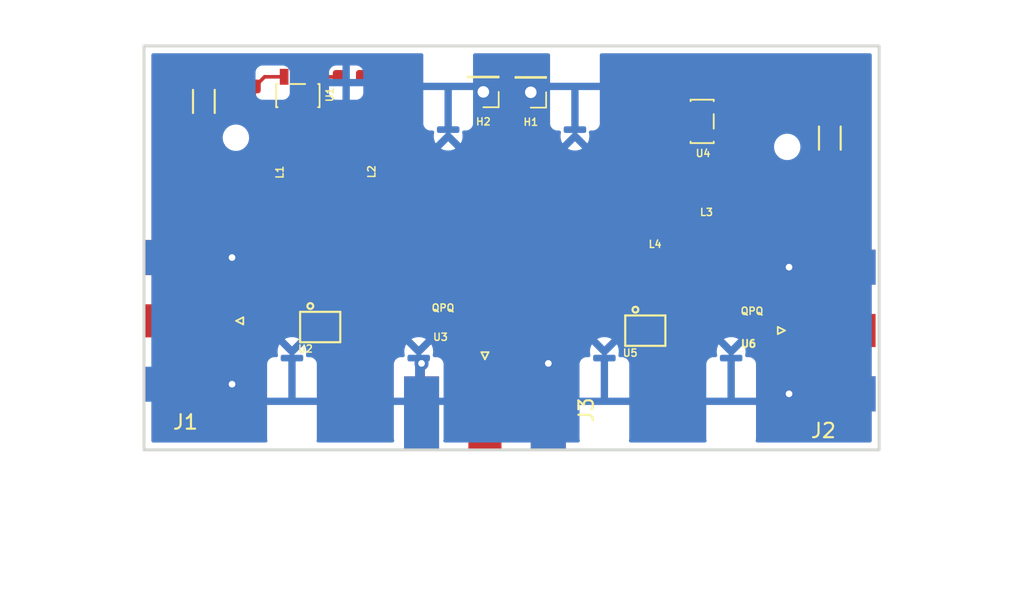
<source format=kicad_pcb>
(kicad_pcb (version 20211014) (generator pcbnew)
  (layers (0 "F.Cu" signal) (1 "In1.Cu" signal) (2 "In2.Cu" signal) (31 "B.Cu" signal) (34 "B.Paste" user) (35 "F.Paste" user) (36 "B.SilkS" user "B.Silkscreen") (37 "F.SilkS" user "F.Silkscreen") (38 "B.Mask" user) (39 "F.Mask" user) (44 "Edge.Cuts" user))
  (net 0 "")
  (net 1 "Net-(C2-Pad2)")
  (net 2 "GND")
  (net 3 "Net-(C6-Pad1)")
  (net 4 "Net-(C9-Pad2)")
  (net 5 "Net-(C13-Pad1)")
  (net 6 "VUSB")
  (net 7 "Net-(C4-Pad1)")
  (net 8 "Net-(C5-Pad1)")
  (net 9 "Net-(C11-Pad1)")
  (net 10 "Net-(C12-Pad1)")
  (net 11 "Net-(C13-Pad2)")
  (net 12 "Net-(J2-Pad1)")
  (net 13 "Net-(C6-Pad2)")
  (net 14 "Net-(R3-Pad2)")
  (net 15 "Net-(L1-Pad1)")
  (net 16 "Net-(C7-Pad1)")
  (net 17 "Net-(L3-Pad1)")
  (net 18 "Net-(C14-Pad1)")
  (net 19 "Net-(E1-Pad1)")
  (net 20 "Net-(E2-Pad1)")
  (net 21 "Net-(J3-Pad1)")
  (net 22 "Net-(C9-Pad1)")
  (net 23 "Net-(C2-Pad1)")
  (footprint "HGS_Reflector:.0603-B-NOSILK" (layer "F.Cu") (at 146.634893 68.829344 90)
    (fp_text reference "C3")
    (fp_text value "1uF")
    (pad "1" smd roundrect (at -0.8 0 90) (size 0.8 0.95) (layers "F.Cu" "F.Paste") (net 2 "GND"))
    (pad "2" smd roundrect (at 0.8 0 90) (size 0.8 0.95) (layers "F.Cu" "F.Paste") (net 6 "VUSB"))
  )
  (footprint "HGS_Reflector:.0603-B-NOSILK" (layer "F.Cu") (at 118.627325 68.410213 180)
    (fp_text reference "C5")
    (fp_text value "2.2 uF")
    (pad "1" smd roundrect (at -0.8 0 180) (size 0.8 0.95) (layers "F.Cu" "F.Paste") (net 8 "Net-(C5-Pad1)"))
    (pad "2" smd roundrect (at 0.8 0 180) (size 0.8 0.95) (layers "F.Cu" "F.Paste") (net 2 "GND"))
  )
  (footprint "HGS_Reflector:TP3M9037" (layer "F.Cu") (at 123.953099 82.993108 -90)
    (fp_text reference "U2" (at 1.750035 0.470322 180) (layer "F.SilkS") (effects (font (size 0.5 0.5) (thickness 0.1)) (justify right bottom)))
    (fp_text value "LNA")
    (fp_line (start 1 1.404996) (end -1.1 1.404996) (layer "F.SilkS") (width 0.1524))
    (fp_line (start -1.1 -1.37) (end 1 -1.37) (layer "F.SilkS") (width 0.1524))
    (fp_line (start -1.1 1.404996) (end -1.1 -1.37) (layer "F.SilkS") (width 0.1524))
    (fp_line (start 1 -1.37) (end 1 1.404996) (layer "F.SilkS") (width 0.1524))
    (fp_circle (center -1.5 0.7) (end -1.3 0.7) (layer "F.SilkS") (width 0.1524) (fill none))
    (pad "2X2_DFN_8PIN1" smd rect (at -0.8 0.884996) (size 0.6096 0.3048) (layers "F.Cu" "F.Paste" "F.Mask"))
    (pad "2X2_DFN_8PIN2" smd rect (at -0.3 0.884996 180) (size 0.6096 0.3048) (layers "F.Cu" "F.Paste" "F.Mask") (net 1 "Net-(C2-Pad2)"))
    (pad "2X2_DFN_8PIN3" smd rect (at 0.2 0.884996) (size 0.6096 0.3048) (layers "F.Cu" "F.Paste" "F.Mask"))
    (pad "2X2_DFN_8PIN4" smd rect (at 0.7 0.884996) (size 0.6096 0.3048) (layers "F.Cu" "F.Paste" "F.Mask"))
    (pad "2X2_DFN_8PIN5" smd rect (at 0.7 -0.85) (size 0.6096 0.3048) (layers "F.Cu" "F.Paste" "F.Mask"))
    (pad "2X2_DFN_8PIN6" smd rect (at 0.2 -0.85) (size 0.6096 0.3048) (layers "F.Cu" "F.Paste" "F.Mask") (net 2 "GND"))
    (pad "2X2_DFN_8PIN7" smd rect (at -0.3 -0.85) (size 0.6096 0.3048) (layers "F.Cu" "F.Paste" "F.Mask") (net 3 "Net-(C6-Pad1)"))
    (pad "2X2_DFN_8PIN8" smd rect (at -0.8 -0.85) (size 0.6096 0.3048) (layers "F.Cu" "F.Paste" "F.Mask"))
    (pad "P$1" smd rect (at 0 0 270) (size 1.27 0.635) (layers "F.Cu" "F.Paste" "F.Mask") (net 2 "GND"))
  )
  (footprint "HGS_Reflector:L3216C" (layer "F.Cu") (at 124.46 71.12 180)
    (property "Value" "10 nH")
    (fp_text reference "L2" (at -3.323852 -0.574791 90) (layer "F.SilkS") (effects (font (size 0.5 0.5) (thickness 0.1016)) (justify right bottom)))
    (fp_text value "10nH")
    (pad "1" smd rect (at -1.5 0 180) (size 1.2 1.6) (layers "F.Cu" "F.Paste" "F.Mask") (net 3 "Net-(C6-Pad1)"))
    (pad "2" smd rect (at 1.5 0 180) (size 1.2 1.6) (layers "F.Cu" "F.Paste" "F.Mask") (net 15 "Net-(L1-Pad1)"))
  )
  (footprint "Connector_Coaxial:SMA_Molex_73251-1153_EdgeMount_Horizontal" (layer "F.Cu") (at 158.056692 83.183751 180)
    (fp_text reference "J2" (at -0.651571 -6.924469) (layer "F.SilkS"))
    (fp_text value "Conn_Coaxial")
    (fp_line (start 2.5 0.25) (end 2 0) (layer "F.SilkS") (width 0.12))
    (fp_line (start 2 0) (end 2.5 -0.25) (layer "F.SilkS") (width 0.12))
    (fp_line (start 2.5 -0.25) (end 2.5 0.25) (layer "F.SilkS") (width 0.12))
    (pad "1" smd rect (at -1.72 0 180) (size 5.08 2.29) (layers "F.Cu" "F.Paste" "F.Mask") (net 12 "Net-(J2-Pad1)"))
    (pad "2" smd rect (at -1.72 4.38 180) (size 5.08 2.42) (layers "F.Cu" "F.Paste" "F.Mask") (net 2 "GND"))
    (pad "2" smd rect (at -1.72 4.38 180) (size 5.08 2.42) (layers "B.Cu" "B.Paste" "B.Mask") (net 2 "GND"))
    (pad "2" smd rect (at -1.72 -4.38 180) (size 5.08 2.42) (layers "F.Cu" "F.Paste" "F.Mask") (net 2 "GND"))
    (pad "2" thru_hole circle (at 1.72 4.38 180) (size 0.97 0.97) (drill 0.46) (layers *.Cu) (net 2 "GND"))
    (pad "2" smd rect (at 1.27 4.38 180) (size 0.95 0.46) (layers "B.Cu") (net 2 "GND"))
    (pad "2" thru_hole circle (at 1.72 -4.38 180) (size 0.97 0.97) (drill 0.46) (layers *.Cu) (net 2 "GND"))
    (pad "2" smd rect (at 1.27 4.38 180) (size 0.95 0.46) (layers "F.Cu") (net 2 "GND"))
    (pad "2" smd rect (at 1.27 -4.38 180) (size 0.95 0.46) (layers "F.Cu") (net 2 "GND"))
    (pad "2" smd rect (at 1.27 -4.38 180) (size 0.95 0.46) (layers "B.Cu") (net 2 "GND"))
    (pad "2" smd rect (at -1.72 -4.38 180) (size 5.08 2.42) (layers "B.Cu" "B.Paste" "B.Mask") (net 2 "GND"))
  )
  (footprint "HGS_Reflector:L3216C" (layer "F.Cu") (at 118.252332 71.125333 180)
    (property "Value" "8 nH")
    (fp_text reference "L1" (at -3.180815 -0.610706 90) (layer "F.SilkS") (effects (font (size 0.5 0.5) (thickness 0.1)) (justify right bottom)))
    (fp_text value "8nH")
    (pad "1" smd rect (at -1.5 0 180) (size 1.2 1.6) (layers "F.Cu" "F.Paste" "F.Mask") (net 15 "Net-(L1-Pad1)"))
    (pad "2" smd rect (at 1.5 0 180) (size 1.2 1.6) (layers "F.Cu" "F.Paste" "F.Mask") (net 16 "Net-(C7-Pad1)"))
  )
  (footprint "Connector_Coaxial:SMA_Molex_73251-1153_EdgeMount_Horizontal" (layer "F.Cu") (at 116.12338 82.517352)
    (fp_text reference "J1" (at -1.5 7) (layer "F.SilkS"))
    (fp_text value "Conn_Coaxial" hide)
    (fp_line (start 2 0) (end 2.5 -0.25) (layer "F.SilkS") (width 0.12))
    (fp_line (start 2.5 -0.25) (end 2.5 0.25) (layer "F.SilkS") (width 0.12))
    (fp_line (start 2.5 0.25) (end 2 0) (layer "F.SilkS") (width 0.12))
    (pad "1" smd rect (at -1.72 0) (size 5.08 2.29) (layers "F.Cu" "F.Paste" "F.Mask") (net 23 "Net-(C2-Pad1)"))
    (pad "2" smd rect (at 1.27 -4.38) (size 0.95 0.46) (layers "B.Cu") (net 2 "GND"))
    (pad "2" thru_hole circle (at 1.72 -4.38) (size 0.97 0.97) (drill 0.46) (layers *.Cu) (net 2 "GND"))
    (pad "2" smd rect (at 1.27 -4.38) (size 0.95 0.46) (layers "F.Cu") (net 2 "GND"))
    (pad "2" smd rect (at -1.72 4.38) (size 5.08 2.42) (layers "B.Cu" "B.Paste" "B.Mask") (net 2 "GND"))
    (pad "2" smd rect (at -1.72 4.38) (size 5.08 2.42) (layers "F.Cu" "F.Paste" "F.Mask") (net 2 "GND"))
    (pad "2" smd rect (at -1.72 -4.38) (size 5.08 2.42) (layers "F.Cu" "F.Paste" "F.Mask") (net 2 "GND"))
    (pad "2" smd rect (at 1.27 4.38) (size 0.95 0.46) (layers "B.Cu") (net 2 "GND"))
    (pad "2" smd rect (at 1.27 4.38) (size 0.95 0.46) (layers "F.Cu") (net 2 "GND"))
    (pad "2" thru_hole circle (at 1.72 4.38) (size 0.97 0.97) (drill 0.46) (layers *.Cu) (net 2 "GND"))
    (pad "2" smd rect (at -1.72 -4.38) (size 5.08 2.42) (layers "B.Cu" "B.Paste" "B.Mask") (net 2 "GND"))
  )
  (footprint "HGS_Reflector:QPQ1907" (layer "F.Cu") (at 153.845226 82.951763 180)
    (fp_text reference "U6" (at -0.283377 -1.446522 180) (layer "F.SilkS") (effects (font (size 0.508 0.508) (thickness 0.127)) (justify right bottom)))
    (fp_text value "QPQ" (at 0.068369 1.109498 180) (layer "F.SilkS") (effects (font (size 0.5 0.5) (thickness 0.1))))
    (pad "GND" smd roundrect (at -0.495 0.2855 180) (size 0.254 0.33) (layers "F.Cu" "F.Paste" "F.Mask") (roundrect_rratio 0.02) (net 2 "GND"))
    (pad "GND2" smd roundrect (at 0 -0.2855 180) (size 0.254 0.33) (layers "F.Cu" "F.Paste" "F.Mask") (roundrect_rratio 0.02) (net 2 "GND"))
    (pad "GND3" smd roundrect (at 0 0.2855 180) (size 0.254 0.33) (layers "F.Cu" "F.Paste" "F.Mask") (roundrect_rratio 0.02) (net 2 "GND"))
    (pad "INPUT" smd roundrect (at 0.495 0 180) (size 0.254 0.33) (layers "F.Cu" "F.Paste" "F.Mask") (roundrect_rratio 0.02) (net 11 "Net-(C13-Pad2)"))
    (pad "OUTPUT" smd roundrect (at -0.495 -0.2855 180) (size 0.254 0.33) (layers "F.Cu" "F.Paste" "F.Mask") (roundrect_rratio 0.02) (net 12 "Net-(J2-Pad1)"))
  )
  (footprint "HGS_Reflector:L3216C" (layer "F.Cu") (at 148.142077 74.306651 90)
    (property "Value" "10 nH")
    (fp_text reference "L4" (at -3.200232 -0.557838 180) (layer "F.SilkS") (effects (font (size 0.5 0.5) (thickness 0.1)) (justify right bottom)))
    (fp_text value "10nH")
    (pad "1" smd rect (at -1.5 0 90) (size 1.2 1.6) (layers "F.Cu" "F.Paste" "F.Mask") (net 5 "Net-(C13-Pad1)"))
    (pad "2" smd rect (at 1.5 0 90) (size 1.2 1.6) (layers "F.Cu" "F.Paste" "F.Mask") (net 17 "Net-(L3-Pad1)"))
  )
  (footprint "HGS_Reflector:.0603-B-NOSILK" (layer "F.Cu") (at 153.378567 69.293152 90)
    (fp_text reference "C11")
    (fp_text value "10nF")
    (pad "1" smd roundrect (at -0.8 0 90) (size 0.8 0.95) (layers "F.Cu" "F.Paste") (net 9 "Net-(C11-Pad1)"))
    (pad "2" smd roundrect (at 0.8 0 90) (size 0.8 0.95) (layers "F.Cu" "F.Paste") (net 2 "GND"))
  )
  (footprint "HGS_Reflector:.0603-B-NOSILK" (layer "F.Cu") (at 135.32 86.38 90)
    (fp_text reference "R3")
    (fp_text value "0Ω")
    (pad "1" smd roundrect (at -0.8 0 90) (size 0.8 0.95) (layers "F.Cu" "F.Paste") (net 21 "Net-(J3-Pad1)"))
    (pad "2" smd roundrect (at 0.8 0 90) (size 0.8 0.95) (layers "F.Cu" "F.Paste") (net 14 "Net-(R3-Pad2)"))
  )
  (footprint "Connector_Coaxial:SMA_Molex_73251-1153_EdgeMount_Horizontal" (layer "F.Cu") (at 135.32 87.18 90)
    (fp_text reference "J3" (at -1.5 7 90) (layer "F.SilkS"))
    (fp_text value "Conn_Coaxial" hide)
    (fp_line (start 2.5 0.25) (end 2 0) (layer "F.SilkS") (width 0.12))
    (fp_line (start 2 0) (end 2.5 -0.25) (layer "F.SilkS") (width 0.12))
    (fp_line (start 2.5 -0.25) (end 2.5 0.25) (layer "F.SilkS") (width 0.12))
    (pad "1" smd rect (at -1.72 0 90) (size 5.08 2.29) (layers "F.Cu" "F.Paste" "F.Mask") (net 21 "Net-(J3-Pad1)"))
    (pad "2" smd rect (at 1.27 4.38 90) (size 0.95 0.46) (layers "B.Cu") (net 2 "GND"))
    (pad "2" smd rect (at -1.72 -4.38 90) (size 5.08 2.42) (layers "F.Cu" "F.Paste" "F.Mask") (net 2 "GND"))
    (pad "2" thru_hole circle (at 1.72 4.38 90) (size 0.97 0.97) (drill 0.46) (layers *.Cu) (net 2 "GND"))
    (pad "2" smd rect (at -1.72 4.38 90) (size 5.08 2.42) (layers "B.Cu" "B.Paste" "B.Mask") (net 2 "GND"))
    (pad "2" smd rect (at -1.72 4.38 90) (size 5.08 2.42) (layers "F.Cu" "F.Paste" "F.Mask") (net 2 "GND"))
    (pad "2" smd rect (at 1.27 -4.38 90) (size 0.95 0.46) (layers "F.Cu") (net 2 "GND"))
    (pad "2" smd rect (at 1.27 4.38 90) (size 0.95 0.46) (layers "F.Cu") (net 2 "GND"))
    (pad "2" thru_hole circle (at 1.72 -4.38 90) (size 0.97 0.97) (drill 0.46) (layers *.Cu) (net 2 "GND"))
    (pad "2" smd rect (at -1.72 -4.38 90) (size 5.08 2.42) (layers "B.Cu" "B.Paste" "B.Mask") (net 2 "GND"))
    (pad "2" smd rect (at 1.27 -4.38 90) (size 0.95 0.46) (layers "B.Cu") (net 2 "GND"))
  )
  (footprint "HGS_Reflector:.0603-B-NOSILK" (layer "F.Cu") (at 137.803532 82.951763)
    (fp_text reference "R4")
    (fp_text value "0Ω")
    (pad "1" smd roundrect (at -0.8 0) (size 0.8 0.95) (layers "F.Cu" "F.Paste") (net 14 "Net-(R3-Pad2)"))
    (pad "2" smd roundrect (at 0.8 0) (size 0.8 0.95) (layers "F.Cu" "F.Paste") (net 22 "Net-(C9-Pad1)"))
  )
  (footprint "HGS_Reflector:SOT-23" (layer "F.Cu") (at 150.330771 68.721644)
    (fp_text reference "U4" (at -0.5 2.5) (layer "F.SilkS") (effects (font (size 0.5 0.5) (thickness 0.1)) (justify left bottom)))
    (fp_text value "LP2")
    (fp_line (start -0.8 -1.5) (end 0.8 -1.5) (layer "F.SilkS") (width 0.127))
    (fp_line (start -0.8 -1.4) (end -0.8 -1.5) (layer "F.SilkS") (width 0.127))
    (fp_line (start 0.8 -0.5) (end 0.8 0.5) (layer "F.SilkS") (width 0.127))
    (fp_line (start 0.8 1.5) (end 0.8 1.4) (layer "F.SilkS") (width 0.127))
    (fp_line (start -0.8 1.4) (end -0.8 1.5) (layer "F.SilkS") (width 0.127))
    (fp_line (start -0.8 1.5) (end 0.8 1.5) (layer "F.SilkS") (width 0.127))
    (fp_line (start 0.8 -1.5) (end 0.8 -1.4) (layer "F.SilkS") (width 0.127))
    (pad "1" smd rect (at -1.3 -0.95) (size 1.1 0.6) (layers "F.Cu" "F.Mask") (net 6 "VUSB"))
    (pad "2" smd rect (at -1.3 0) (size 1.1 0.6) (layers "F.Cu" "F.Mask") (net 2 "GND"))
    (pad "3" smd rect (at -1.3 0.95 180) (size 1.1 0.6) (layers "F.Cu" "F.Mask") (net 6 "VUSB"))
    (pad "4" smd rect (at 1.3 0.95 180) (size 1.1 0.6) (layers "F.Cu" "F.Mask") (net 9 "Net-(C11-Pad1)"))
    (pad "5" smd rect (at 1.3 -0.95) (size 1.1 0.6) (layers "F.Cu" "F.Mask") (net 10 "Net-(C12-Pad1)"))
  )
  (footprint "HGS_Reflector:.0603-B" (layer "F.Cu") (at 115.896504 67.340443 -90)
    (fp_text reference "E1")
    (fp_text value "BLM")
    (fp_line (start -0.8 0.75) (end 0.8 0.75) (layer "F.SilkS") (width 0.15))
    (fp_line (start 0.8 -0.75) (end -0.8 -0.75) (layer "F.SilkS") (width 0.15))
    (pad "1" smd roundrect (at -0.8 0 270) (size 0.8 0.95) (layers "F.Cu" "F.Paste") (net 19 "Net-(E1-Pad1)"))
    (pad "2" smd roundrect (at 0.8 0 270) (size 0.8 0.95) (layers "F.Cu" "F.Paste") (net 16 "Net-(C7-Pad1)"))
  )
  (footprint "HGS_Reflector:.0402-C-NOSILK" (layer "F.Cu") (at 150.206904 82.951763)
    (fp_text reference "C13")
    (fp_text value ".1nF")
    (pad "1" smd roundrect (at -0.45 0) (size 0.5 0.6) (layers "F.Cu" "F.Paste") (roundrect_rratio 0.1) (net 5 "Net-(C13-Pad1)"))
    (pad "2" smd roundrect (at 0.45 0) (size 0.5 0.6) (layers "F.Cu" "F.Paste") (roundrect_rratio 0.1) (net 11 "Net-(C13-Pad2)"))
  )
  (footprint "HGS_Reflector:.0603-C-NOSILK" (layer "F.Cu") (at 159.155429 73.403963 -90)
    (fp_text reference "C14")
    (fp_text value ".1nF")
    (pad "1" smd roundrect (at -0.7 0 270) (size 0.6 0.9) (layers "F.Cu" "F.Paste") (net 18 "Net-(C14-Pad1)"))
    (pad "2" smd roundrect (at 0.7 0 270) (size 0.6 0.9) (layers "F.Cu" "F.Paste") (net 2 "GND"))
  )
  (footprint "HGS_Reflector:SOT-23" (layer "F.Cu") (at 122.394042 66.936837 90)
    (fp_text reference "U1" (at -0.5 2.5 90) (layer "F.SilkS") (effects (font (size 0.5 0.5) (thickness 0.1)) (justify left bottom)))
    (fp_text value "LP2")
    (fp_line (start -0.8 1.5) (end 0.8 1.5) (layer "F.SilkS") (width 0.127))
    (fp_line (start 0.8 1.5) (end 0.8 1.4) (layer "F.SilkS") (width 0.127))
    (fp_line (start 0.8 -0.5) (end 0.8 0.5) (layer "F.SilkS") (width 0.127))
    (fp_line (start -0.8 -1.4) (end -0.8 -1.5) (layer "F.SilkS") (width 0.127))
    (fp_line (start -0.8 1.4) (end -0.8 1.5) (layer "F.SilkS") (width 0.127))
    (fp_line (start 0.8 -1.5) (end 0.8 -1.4) (layer "F.SilkS") (width 0.127))
    (fp_line (start -0.8 -1.5) (end 0.8 -1.5) (layer "F.SilkS") (width 0.127))
    (pad "1" smd rect (at -1.3 -0.95 90) (size 1.1 0.6) (layers "F.Cu" "F.Mask") (net 6 "VUSB"))
    (pad "2" smd rect (at -1.3 0 90) (size 1.1 0.6) (layers "F.Cu" "F.Mask") (net 2 "GND"))
    (pad "3" smd rect (at -1.3 0.95 270) (size 1.1 0.6) (layers "F.Cu" "F.Mask") (net 6 "VUSB"))
    (pad "4" smd rect (at 1.3 0.95 270) (size 1.1 0.6) (layers "F.Cu" "F.Mask") (net 7 "Net-(C4-Pad1)"))
    (pad "5" smd rect (at 1.3 -0.95 90) (size 1.1 0.6) (layers "F.Cu" "F.Mask") (net 8 "Net-(C5-Pad1)"))
  )
  (footprint "HGS_Reflector:.0603-B-NOSILK" (layer "F.Cu") (at 118.628451 66.305212 180)
    (fp_text reference "R1")
    (fp_text value "0Ω")
    (pad "1" smd roundrect (at -0.8 0 180) (size 0.8 0.95) (layers "F.Cu" "F.Paste") (net 8 "Net-(C5-Pad1)"))
    (pad "2" smd roundrect (at 0.8 0 180) (size 0.8 0.95) (layers "F.Cu" "F.Paste") (net 19 "Net-(E1-Pad1)"))
  )
  (footprint "HGS_Reflector:.0603-B-NOSILK" (layer "F.Cu") (at 155.28344 68.073987 -90)
    (fp_text reference "C12")
    (fp_text value "2.2uF")
    (pad "1" smd roundrect (at -0.8 0 270) (size 0.8 0.95) (layers "F.Cu" "F.Paste") (net 10 "Net-(C12-Pad1)"))
    (pad "2" smd roundrect (at 0.8 0 270) (size 0.8 0.95) (layers "F.Cu" "F.Paste") (net 2 "GND"))
  )
  (footprint "HGS_Reflector:.0603-C-NOSILK" (layer "F.Cu") (at 157.113643 73.413917 -90)
    (fp_text reference "C15")
    (fp_text value "1 uF")
    (pad "1" smd roundrect (at -0.7 0 270) (size 0.6 0.9) (layers "F.Cu" "F.Paste") (net 18 "Net-(C14-Pad1)"))
    (pad "2" smd roundrect (at 0.7 0 270) (size 0.6 0.9) (layers "F.Cu" "F.Paste") (net 2 "GND"))
  )
  (footprint "HGS_Reflector:.0402-C-NOSILK" (layer "F.Cu") (at 128.418313 82.703696)
    (fp_text reference "C6")
    (fp_text value ".1nF")
    (pad "1" smd roundrect (at -0.45 0) (size 0.5 0.6) (layers "F.Cu" "F.Paste") (roundrect_rratio 0.1) (net 3 "Net-(C6-Pad1)"))
    (pad "2" smd roundrect (at 0.45 0) (size 0.5 0.6) (layers "F.Cu" "F.Paste") (roundrect_rratio 0.1) (net 13 "Net-(C6-Pad2)"))
  )
  (footprint "HGS_Reflector:.0603-B" (layer "F.Cu") (at 159.155042 69.878017 -90)
    (fp_text reference "E2")
    (fp_text value "BLM")
    (fp_line (start -0.8 0.75) (end 0.8 0.75) (layer "F.SilkS") (width 0.15))
    (fp_line (start 0.8 -0.75) (end -0.8 -0.75) (layer "F.SilkS") (width 0.15))
    (pad "1" smd roundrect (at -0.8 0 270) (size 0.8 0.95) (layers "F.Cu" "F.Paste") (net 20 "Net-(E2-Pad1)"))
    (pad "2" smd roundrect (at 0.8 0 270) (size 0.8 0.95) (layers "F.Cu" "F.Paste") (net 18 "Net-(C14-Pad1)"))
  )
  (footprint "HGS_Reflector:.0402-C-NOSILK" (layer "F.Cu") (at 119.735953 82.745041)
    (fp_text reference "C2")
    (fp_text value ".1nF")
    (pad "1" smd roundrect (at -0.45 0) (size 0.5 0.6) (layers "F.Cu" "F.Paste") (roundrect_rratio 0.1) (net 23 "Net-(C2-Pad1)"))
    (pad "2" smd roundrect (at 0.45 0) (size 0.5 0.6) (layers "F.Cu" "F.Paste") (roundrect_rratio 0.1) (net 1 "Net-(C2-Pad2)"))
  )
  (footprint "HGS_Reflector:.0603-C-NOSILK" (layer "F.Cu") (at 114.168292 67.435409 90)
    (fp_text reference "C7")
    (fp_text value ".1nF")
    (pad "1" smd roundrect (at -0.7 0 90) (size 0.6 0.9) (layers "F.Cu" "F.Paste") (net 16 "Net-(C7-Pad1)"))
    (pad "2" smd roundrect (at 0.7 0 90) (size 0.6 0.9) (layers "F.Cu" "F.Paste") (net 2 "GND"))
  )
  (footprint "Connector_PinHeader_2.00mm:PinHeader_1x01_P2.00mm_Vertical" (layer "F.Cu") (at 135.209993 66.682014 180)
    (fp_text reference "H2" (at 0 -2.06) (layer "F.SilkS") (effects (font (size 0.5 0.5) (thickness 0.1))))
    (fp_text value "VDD")
    (fp_line (start 1.06 1) (end 1.06 1.06) (layer "F.SilkS") (width 0.12))
    (fp_line (start -1.06 1) (end 1.06 1) (layer "F.SilkS") (width 0.12))
    (fp_line (start -1.06 -1.06) (end 0 -1.06) (layer "F.SilkS") (width 0.12))
    (fp_line (start -1.06 1) (end -1.06 1.06) (layer "F.SilkS") (width 0.12))
    (fp_line (start -1.06 1.06) (end 1.06 1.06) (layer "F.SilkS") (width 0.12))
    (fp_line (start -1.06 0) (end -1.06 -1.06) (layer "F.SilkS") (width 0.12))
    (pad "1" thru_hole rect (at 0 0 180) (size 1.35 1.35) (drill 0.8) (layers *.Cu *.Mask) (net 6 "VUSB"))
  )
  (footprint "HGS_Reflector:L3216C" (layer "F.Cu") (at 152.646703 73.002489)
    (property "Value" "8 nH")
    (fp_text reference "L3" (at -2.523597 2.294812) (layer "F.SilkS") (effects (font (size 0.5 0.5) (thickness 0.1)) (justify left bottom)))
    (fp_text value "8nH")
    (pad "1" smd rect (at -1.5 0) (size 1.2 1.6) (layers "F.Cu" "F.Paste" "F.Mask") (net 17 "Net-(L3-Pad1)"))
    (pad "2" smd rect (at 1.5 0) (size 1.2 1.6) (layers "F.Cu" "F.Paste" "F.Mask") (net 18 "Net-(C14-Pad1)"))
  )
  (footprint "HGS_Reflector:.0603-B-NOSILK" (layer "F.Cu") (at 125.980551 68.960377 180)
    (fp_text reference "C10")
    (fp_text value "1 uF")
    (pad "1" smd roundrect (at -0.8 0 180) (size 0.8 0.95) (layers "F.Cu" "F.Paste") (net 2 "GND"))
    (pad "2" smd roundrect (at 0.8 0 180) (size 0.8 0.95) (layers "F.Cu" "F.Paste") (net 6 "VUSB"))
  )
  (footprint "HGS_Reflector:.0603-C-NOSILK" (layer "F.Cu") (at 114.353458 71.570771 -90)
    (fp_text reference "C8")
    (fp_text value "1uF")
    (pad "1" smd roundrect (at -0.7 0 270) (size 0.6 0.9) (layers "F.Cu" "F.Paste") (net 16 "Net-(C7-Pad1)"))
    (pad "2" smd roundrect (at 0.7 0 270) (size 0.6 0.9) (layers "F.Cu" "F.Paste") (net 2 "GND"))
  )
  (footprint "HGS_Reflector:.0402-C-NOSILK" (layer "F.Cu") (at 142.144712 82.951763)
    (fp_text reference "C9")
    (fp_text value ".1nF")
    (pad "1" smd roundrect (at -0.45 0) (size 0.5 0.6) (layers "F.Cu" "F.Paste") (roundrect_rratio 0.1) (net 22 "Net-(C9-Pad1)"))
    (pad "2" smd roundrect (at 0.45 0) (size 0.5 0.6) (layers "F.Cu" "F.Paste") (roundrect_rratio 0.1) (net 4 "Net-(C9-Pad2)"))
  )
  (footprint "HGS_Reflector:TP3M9037" (layer "F.Cu") (at 146.419963 83.244033 -90)
    (fp_text reference "U5" (at 1.784295 0.494236 180) (layer "F.SilkS") (effects (font (size 0.5 0.5) (thickness 0.1)) (justify right bottom)))
    (fp_text value "LNA")
    (fp_line (start -1.1 -1.37) (end 1 -1.37) (layer "F.SilkS") (width 0.1524))
    (fp_line (start -1.1 1.404996) (end -1.1 -1.37) (layer "F.SilkS") (width 0.1524))
    (fp_line (start 1 1.404996) (end -1.1 1.404996) (layer "F.SilkS") (width 0.1524))
    (fp_line (start 1 -1.37) (end 1 1.404996) (layer "F.SilkS") (width 0.1524))
    (fp_circle (center -1.5 0.7) (end -1.3 0.7) (layer "F.SilkS") (width 0.1524) (fill none))
    (pad "2X2_DFN_8PIN1" smd rect (at -0.8 0.884996) (size 0.6096 0.3048) (layers "F.Cu" "F.Paste" "F.Mask"))
    (pad "2X2_DFN_8PIN2" smd rect (at -0.3 0.884996 180) (size 0.6096 0.3048) (layers "F.Cu" "F.Paste" "F.Mask") (net 4 "Net-(C9-Pad2)"))
    (pad "2X2_DFN_8PIN3" smd rect (at 0.2 0.884996) (size 0.6096 0.3048) (layers "F.Cu" "F.Paste" "F.Mask"))
    (pad "2X2_DFN_8PIN4" smd rect (at 0.7 0.884996) (size 0.6096 0.3048) (layers "F.Cu" "F.Paste" "F.Mask"))
    (pad "2X2_DFN_8PIN5" smd rect (at 0.7 -0.85) (size 0.6096 0.3048) (layers "F.Cu" "F.Paste" "F.Mask"))
    (pad "2X2_DFN_8PIN6" smd rect (at 0.2 -0.85) (size 0.6096 0.3048) (layers "F.Cu" "F.Paste" "F.Mask") (net 2 "GND"))
    (pad "2X2_DFN_8PIN7" smd rect (at -0.3 -0.85) (size 0.6096 0.3048) (layers "F.Cu" "F.Paste" "F.Mask") (net 5 "Net-(C13-Pad1)"))
    (pad "2X2_DFN_8PIN8" smd rect (at -0.8 -0.85) (size 0.6096 0.3048) (layers "F.Cu" "F.Paste" "F.Mask"))
    (pad "P$1" smd rect (at 0 0 270) (size 1.27 0.635) (layers "F.Cu" "F.Paste" "F.Mask") (net 2 "GND"))
  )
  (footprint "HGS_Reflector:.0603-B-NOSILK" (layer "F.Cu") (at 158.370726 67.218175)
    (fp_text reference "R2")
    (fp_text value "0")
    (pad "1" smd roundrect (at -0.8 0) (size 0.8 0.95) (layers "F.Cu" "F.Paste") (net 10 "Net-(C12-Pad1)"))
    (pad "2" smd roundrect (at 0.8 0) (size 0.8 0.95) (layers "F.Cu" "F.Paste") (net 20 "Net-(E2-Pad1)"))
  )
  (footprint "HGS_Reflector:QPQ1907" (layer "F.Cu") (at 132.511426 82.703696 180)
    (fp_text reference "U3" (at -0.303033 -1.227385 180) (layer "F.SilkS") (effects (font (size 0.5 0.5) (thickness 0.1)) (justify right bottom)))
    (fp_text value "QPQ" (at 0.088798 1.082583) (layer "F.SilkS") (effects (font (size 0.5 0.5) (thickness 0.1))))
    (pad "GND" smd roundrect (at -0.495 0.2855 180) (size 0.254 0.33) (layers "F.Cu" "F.Paste" "F.Mask") (roundrect_rratio 0.02) (net 2 "GND"))
    (pad "GND2" smd roundrect (at 0 -0.2855 180) (size 0.254 0.33) (layers "F.Cu" "F.Paste" "F.Mask") (roundrect_rratio 0.02) (net 2 "GND"))
    (pad "GND3" smd roundrect (at 0 0.2855 180) (size 0.254 0.33) (layers "F.Cu" "F.Paste" "F.Mask") (roundrect_rratio 0.02) (net 2 "GND"))
    (pad "INPUT" smd roundrect (at 0.495 0 180) (size 0.254 0.33) (layers "F.Cu" "F.Paste" "F.Mask") (roundrect_rratio 0.02) (net 13 "Net-(C6-Pad2)"))
    (pad "OUTPUT" smd roundrect (at -0.495 -0.2855 180) (size 0.254 0.33) (layers "F.Cu" "F.Paste" "F.Mask") (roundrect_rratio 0.02) (net 14 "Net-(R3-Pad2)"))
  )
  (footprint "Connector_PinHeader_2.00mm:PinHeader_1x01_P2.00mm_Vertical" (layer "F.Cu") (at 138.488862 66.708402 180)
    (fp_text reference "H1" (at 0 -2.06) (layer "F.SilkS") (effects (font (size 0.5 0.5) (thickness 0.1))))
    (fp_text value "GND")
    (fp_line (start -1.06 0) (end -1.06 -1.06) (layer "F.SilkS") (width 0.12))
    (fp_line (start -1.06 1) (end -1.06 1.06) (layer "F.SilkS") (width 0.12))
    (fp_line (start 1.06 1) (end 1.06 1.06) (layer "F.SilkS") (width 0.12))
    (fp_line (start -1.06 -1.06) (end 0 -1.06) (layer "F.SilkS") (width 0.12))
    (fp_line (start -1.06 1.06) (end 1.06 1.06) (layer "F.SilkS") (width 0.12))
    (fp_line (start -1.06 1) (end 1.06 1) (layer "F.SilkS") (width 0.12))
    (pad "1" thru_hole rect (at 0 0 180) (size 1.35 1.35) (drill 0.8) (layers *.Cu *.Mask) (net 2 "GND"))
  )
  (footprint "HGS_Reflector:.0603-B-NOSILK" (layer "F.Cu") (at 126.007016 65.642829)
    (fp_text reference "C4")
    (fp_text value "10 nF")
    (pad "1" smd roundrect (at -0.8 0) (size 0.8 0.95) (layers "F.Cu" "F.Paste") (net 7 "Net-(C4-Pad1)"))
    (pad "2" smd roundrect (at 0.8 0) (size 0.8 0.95) (layers "F.Cu" "F.Paste") (net 2 "GND"))
  )
  (gr_rect (start 111.76 63.5) (end 162.56 91.44) (layer "Edge.Cuts") (width 0.2) (fill none))
  (segment (start 120.237886 82.693108) (end 123.068103 82.693108) (width 0.25) (layer "F.Cu") (net 1))
  (segment (start 120.185953 82.745041) (end 120.237886 82.693108) (width 0.25) (layer "F.Cu") (net 1))
  (segment (start 124.803099 82.693108) (end 127.957725 82.693108) (width 0.25) (layer "F.Cu") (net 3))
  (segment (start 127.957725 82.693108) (end 127.968313 82.703696) (width 0.25) (layer "F.Cu") (net 3))
  (segment (start 125.96 82.622717) (end 125.92306 82.659657) (width 0.25) (layer "F.Cu") (net 3))
  (segment (start 125.96 71.12) (end 125.96 82.622717) (width 0.25) (layer "F.Cu") (net 3))
  (segment (start 142.602442 82.944033) (end 145.534967 82.944033) (width 0.25) (layer "F.Cu") (net 4))
  (segment (start 142.594712 82.951763) (end 142.602442 82.944033) (width 0.25) (layer "F.Cu") (net 4))
  (segment (start 147.269963 82.944033) (end 148.195967 82.944033) (width 0.25) (layer "F.Cu") (net 5))
  (segment (start 149.749174 82.944033) (end 149.756904 82.951763) (width 0.25) (layer "F.Cu") (net 5))
  (segment (start 148.142077 75.806651) (end 148.142077 82.890143) (width 0.25) (layer "F.Cu") (net 5))
  (segment (start 148.142077 82.890143) (end 148.195967 82.944033) (width 0.25) (layer "F.Cu") (net 5))
  (segment (start 148.195967 82.944033) (end 149.749174 82.944033) (width 0.25) (layer "F.Cu") (net 5))
  (segment (start 148.15626 69.597133) (end 148.230771 69.671644) (width 0.25) (layer "F.Cu") (net 6))
  (segment (start 121.444042 68.236837) (end 121.444042 68.785859) (width 0.25) (layer "F.Cu") (net 6))
  (segment (start 149.030771 67.771644) (end 148.291474 67.771644) (width 0.25) (layer "F.Cu") (net 6))
  (segment (start 121.444042 68.785859) (end 121.769531 69.111348) (width 0.25) (layer "F.Cu") (net 6))
  (segment (start 123.344042 69.036837) (end 123.344042 68.236837) (width 0.25) (layer "F.Cu") (net 6))
  (segment (start 148.15626 67.906858) (end 148.15626 69.597133) (width 0.25) (layer "F.Cu") (net 6))
  (segment (start 146.892593 67.771644) (end 146.634893 68.029344) (width 0.25) (layer "F.Cu") (net 6))
  (segment (start 121.769531 69.111348) (end 123.269531 69.111348) (width 0.25) (layer "F.Cu") (net 6))
  (segment (start 148.291474 67.771644) (end 148.15626 67.906858) (width 0.25) (layer "F.Cu") (net 6))
  (segment (start 123.269531 69.111348) (end 123.344042 69.036837) (width 0.25) (layer "F.Cu") (net 6))
  (segment (start 123.344042 69.036837) (end 125.104091 69.036837) (width 0.25) (layer "F.Cu") (net 6))
  (segment (start 148.230771 69.671644) (end 149.030771 69.671644) (width 0.25) (layer "F.Cu") (net 6))
  (segment (start 125.104091 69.036837) (end 125.180551 68.960377) (width 0.25) (layer "F.Cu") (net 6))
  (segment (start 148.291474 67.771644) (end 146.892593 67.771644) (width 0.25) (layer "F.Cu") (net 6))
  (segment (start 123.350034 65.642829) (end 123.344042 65.636837) (width 0.25) (layer "F.Cu") (net 7))
  (segment (start 125.207016 65.642829) (end 123.350034 65.642829) (width 0.25) (layer "F.Cu") (net 7))
  (segment (start 120.096826 65.636837) (end 119.428451 66.305212) (width 0.25) (layer "F.Cu") (net 8))
  (segment (start 121.444042 65.636837) (end 120.096826 65.636837) (width 0.25) (layer "F.Cu") (net 8))
  (segment (start 119.38 68.58) (end 119.38 66.353663) (width 0.25) (layer "F.Cu") (net 8))
  (segment (start 119.38 66.353663) (end 119.428451 66.305212) (width 0.25) (layer "F.Cu") (net 8))
  (segment (start 151.630771 69.671644) (end 152.957059 69.671644) (width 0.25) (layer "F.Cu") (net 9))
  (segment (start 152.957059 69.671644) (end 153.378567 70.093152) (width 0.25) (layer "F.Cu") (net 9))
  (segment (start 152.18424 67.218175) (end 151.630771 67.771644) (width 0.25) (layer "F.Cu") (net 10))
  (segment (start 157.570726 67.218175) (end 154.310393 67.218175) (width 0.25) (layer "F.Cu") (net 10))
  (segment (start 154.310393 67.218175) (end 152.18424 67.218175) (width 0.25) (layer "F.Cu") (net 10))
  (segment (start 150.656904 82.951763) (end 153.350226 82.951763) (width 0.25) (layer "F.Cu") (net 11))
  (segment (start 154.340226 83.237263) (end 154.393738 83.183751) (width 0.25) (layer "F.Cu") (net 12))
  (segment (start 154.393738 83.183751) (end 159.776692 83.183751) (width 0.25) (layer "F.Cu") (net 12))
  (segment (start 128.868313 82.703696) (end 132.016426 82.703696) (width 0.25) (layer "F.Cu") (net 13))
  (segment (start 135.32 84.52) (end 135.32 85.58) (width 0.25) (layer "F.Cu") (net 14))
  (segment (start 133.751763 82.951763) (end 137.003532 82.951763) (width 0.25) (layer "F.Cu") (net 14))
  (segment (start 133.751763 82.951763) (end 135.32 84.52) (width 0.25) (layer "F.Cu") (net 14))
  (segment (start 133.006426 82.989196) (end 133.043859 82.951763) (width 0.25) (layer "F.Cu") (net 14))
  (segment (start 133.043859 82.951763) (end 133.751763 82.951763) (width 0.25) (layer "F.Cu") (net 14))
  (segment (start 123.102119 71.070462) (end 119.807203 71.070462) (width 0.25) (layer "F.Cu") (net 15))
  (segment (start 119.807203 71.070462) (end 119.752332 71.125333) (width 0.25) (layer "F.Cu") (net 15))
  (segment (start 116.334506 68.11443) (end 116.359336 68.13926) (width 0.25) (layer "F.Cu") (net 16))
  (segment (start 114.305333 71.125333) (end 114.3 71.12) (width 0.25) (layer "F.Cu") (net 16))
  (segment (start 114.168292 68.135409) (end 114.168292 70.685605) (width 0.25) (layer "F.Cu") (net 16))
  (segment (start 114.168292 68.135409) (end 115.89147 68.135409) (width 0.25) (layer "F.Cu") (net 16))
  (segment (start 114.168292 70.685605) (end 114.353458 70.870771) (width 0.25) (layer "F.Cu") (net 16))
  (segment (start 114.60802 71.125333) (end 114.353458 70.870771) (width 0.25) (layer "F.Cu") (net 16))
  (segment (start 115.89147 68.135409) (end 115.896504 68.140443) (width 0.25) (layer "F.Cu") (net 16))
  (segment (start 116.752332 71.125333) (end 114.60802 71.125333) (width 0.25) (layer "F.Cu") (net 16))
  (segment (start 151.313479 73.582791) (end 151.354948 73.62426) (width 0.25) (layer "F.Cu") (net 17))
  (segment (start 148.299611 72.96102) (end 151.105234 72.96102) (width 0.25) (layer "F.Cu") (net 17))
  (segment (start 156.825071 73.002489) (end 154.146703 73.002489) (width 0.25) (layer "F.Cu") (net 18))
  (segment (start 157.113643 72.713917) (end 156.825071 73.002489) (width 0.25) (layer "F.Cu") (net 18))
  (segment (start 159.155429 72.703963) (end 159.133399 72.681933) (width 0.25) (layer "F.Cu") (net 18))
  (segment (start 157.113643 72.713917) (end 159.145475 72.713917) (width 0.25) (layer "F.Cu") (net 18))
  (segment (start 159.155429 72.703963) (end 159.155429 70.678404) (width 0.25) (layer "F.Cu") (net 18))
  (segment (start 159.155429 70.678404) (end 159.155042 70.678017) (width 0.25) (layer "F.Cu") (net 18))
  (segment (start 159.145475 72.713917) (end 159.155429 72.703963) (width 0.25) (layer "F.Cu") (net 18))
  (segment (start 117.59322 66.540443) (end 117.828451 66.305212) (width 0.25) (layer "F.Cu") (net 19))
  (segment (start 115.896504 66.540443) (end 117.59322 66.540443) (width 0.25) (layer "F.Cu") (net 19))
  (segment (start 159.155042 67.233859) (end 159.170726 67.218175) (width 0.25) (layer "F.Cu") (net 20))
  (segment (start 159.155042 69.078017) (end 159.155042 67.233859) (width 0.25) (layer "F.Cu") (net 20))
  (segment (start 138.603532 82.951763) (end 141.694712 82.951763) (width 0.25) (layer "F.Cu") (net 22))
  (segment (start 114.40338 82.517352) (end 119.058264 82.517352) (width 0.25) (layer "F.Cu") (net 23))
  (segment (start 116.636183 82.517352) (end 116.636508 82.517027) (width 0.25) (layer "F.Cu") (net 23))
  (segment (start 119.058264 82.517352) (end 119.285953 82.745041) (width 0.25) (layer "F.Cu") (net 23))
  (segment (start 114.40338 82.517352) (end 116.636183 82.517352) (width 0.25) (layer "F.Cu") (net 23))
  (zone (net 2) (net_name "GND") (layer "B.Cu") (connect_pads (clearance 0.508)) (min_thickness 0.254) (fill yes (thermal_gap 0.508) (thermal_bridge_width 0.508))
    (polygon (pts (xy 168.275 95.25) (xy 108.585 95.25) (xy 108.585 60.325) (xy 168.275 60.325)))
  )
)
</source>
